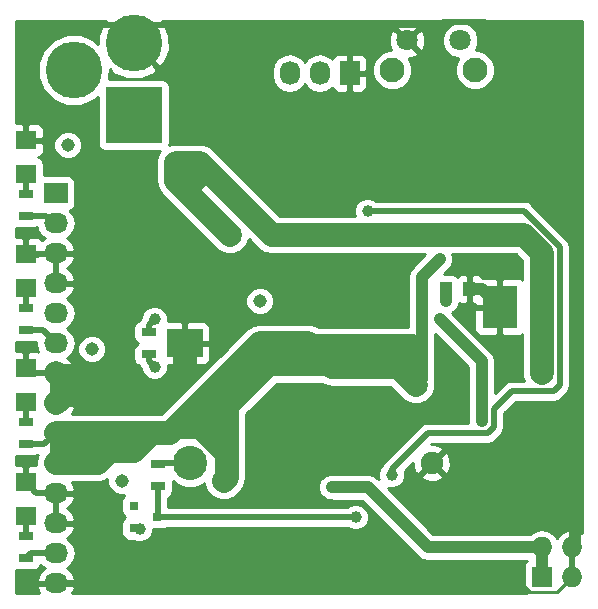
<source format=gbl>
G04 #@! TF.FileFunction,Copper,L2,Bot,Signal*
%FSLAX46Y46*%
G04 Gerber Fmt 4.6, Leading zero omitted, Abs format (unit mm)*
G04 Created by KiCad (PCBNEW 4.0.0-2.201512091501+6195~38~ubuntu14.04.1-stable) date Wed 16 Dec 2015 16:03:56 GMT*
%MOMM*%
G01*
G04 APERTURE LIST*
%ADD10C,0.100000*%
%ADD11R,1.800860X1.597660*%
%ADD12R,0.800100X0.800100*%
%ADD13C,2.900000*%
%ADD14C,1.900000*%
%ADD15C,4.800600*%
%ADD16R,4.800600X4.800600*%
%ADD17R,1.727200X2.032000*%
%ADD18O,1.727200X2.032000*%
%ADD19C,1.800000*%
%ADD20C,2.100000*%
%ADD21R,1.000000X1.250000*%
%ADD22R,1.300000X0.700000*%
%ADD23R,3.100000X2.400000*%
%ADD24C,1.143000*%
%ADD25R,3.000000X3.600000*%
%ADD26R,2.032000X1.727200*%
%ADD27O,2.032000X1.727200*%
%ADD28R,1.727200X1.727200*%
%ADD29O,1.727200X1.727200*%
%ADD30C,1.000000*%
%ADD31C,2.000000*%
%ADD32C,0.508000*%
%ADD33C,0.254000*%
%ADD34C,2.000000*%
%ADD35C,1.016000*%
%ADD36C,0.381000*%
G04 APERTURE END LIST*
D10*
D11*
X101600000Y-113687860D03*
X101600000Y-110848140D03*
X101600000Y-142643860D03*
X101600000Y-139804140D03*
X101600000Y-132991860D03*
X101600000Y-130152140D03*
X101600000Y-123339860D03*
X101600000Y-120500140D03*
D12*
X110759240Y-143698000D03*
X110759240Y-141798000D03*
X112758220Y-142748000D03*
D13*
X115484000Y-138176000D03*
D14*
X135984000Y-138176000D03*
D15*
X110744000Y-102616000D03*
D16*
X110744000Y-108712000D03*
D15*
X105664000Y-104902000D03*
D17*
X129032000Y-105156000D03*
D18*
X126492000Y-105156000D03*
X123952000Y-105156000D03*
D19*
X138394000Y-102382000D03*
X133894000Y-102382000D03*
D20*
X139644000Y-104882000D03*
X132644000Y-104882000D03*
D21*
X137176000Y-123444000D03*
X139176000Y-123444000D03*
D22*
X112776000Y-140142000D03*
X112776000Y-138242000D03*
X112014000Y-127066000D03*
X112014000Y-128966000D03*
D23*
X115062000Y-128016000D03*
D22*
X101600000Y-117282000D03*
X101600000Y-115382000D03*
X101600000Y-136586000D03*
X101600000Y-134686000D03*
X101600000Y-146238000D03*
X101600000Y-144338000D03*
X101600000Y-126934000D03*
X101600000Y-125034000D03*
D24*
X105156000Y-111252000D03*
X121412000Y-124460000D03*
X109728000Y-139700000D03*
X107188000Y-128524000D03*
D25*
X141732000Y-124968000D03*
D26*
X104140000Y-115316000D03*
D27*
X104140000Y-117856000D03*
X104140000Y-120396000D03*
X104140000Y-122936000D03*
X104140000Y-125476000D03*
X104140000Y-128016000D03*
X104140000Y-130556000D03*
X104140000Y-133096000D03*
X104140000Y-135636000D03*
X104140000Y-138176000D03*
X104140000Y-140716000D03*
X104140000Y-143256000D03*
X104140000Y-145796000D03*
X104140000Y-148336000D03*
D28*
X145288000Y-147828000D03*
D29*
X145288000Y-145288000D03*
X147828000Y-147828000D03*
X147828000Y-145288000D03*
D30*
X101600000Y-109220000D03*
X127508000Y-140208000D03*
D31*
X118872000Y-118872000D03*
X114300000Y-112776000D03*
X145288000Y-130556000D03*
X116332000Y-112776000D03*
X145288000Y-128524000D03*
D30*
X112522000Y-125984000D03*
D31*
X118364000Y-139700000D03*
X125476000Y-128016000D03*
X127242000Y-129806000D03*
D30*
X136652000Y-120904000D03*
D31*
X134620000Y-131572000D03*
D30*
X111252000Y-143764000D03*
X132588000Y-139192000D03*
X130556000Y-116840000D03*
X129540000Y-142748000D03*
X112522000Y-130048000D03*
X140208000Y-134620000D03*
X136652000Y-125984000D03*
X137160000Y-124460000D03*
D32*
X112842000Y-138176000D02*
X112776000Y-138242000D01*
X115484000Y-138176000D02*
X112842000Y-138176000D01*
D33*
X147828000Y-147828000D02*
X146558000Y-149098000D01*
X144272000Y-149098000D02*
X143510000Y-148336000D01*
X146558000Y-149098000D02*
X144272000Y-149098000D01*
D32*
X147828000Y-145288000D02*
X147828000Y-147828000D01*
X148336000Y-143256000D02*
X148336000Y-144780000D01*
X148336000Y-144780000D02*
X147828000Y-145288000D01*
D34*
X104140000Y-130556000D02*
X104648000Y-131064000D01*
X104648000Y-131064000D02*
X104648000Y-132588000D01*
X104648000Y-132588000D02*
X104140000Y-133096000D01*
X104140000Y-133096000D02*
X106680000Y-130810000D01*
X106680000Y-130810000D02*
X110490000Y-130810000D01*
X110490000Y-130810000D02*
X111760000Y-132080000D01*
X111760000Y-132080000D02*
X113284000Y-132080000D01*
X113284000Y-132080000D02*
X115062000Y-130302000D01*
X115062000Y-130302000D02*
X115062000Y-128016000D01*
D35*
X140208000Y-123444000D02*
X141732000Y-124968000D01*
X139176000Y-123444000D02*
X140208000Y-123444000D01*
D32*
X148336000Y-101092000D02*
X148336000Y-143256000D01*
X136906000Y-100838000D02*
X140462000Y-100838000D01*
X140462000Y-100838000D02*
X140716000Y-101092000D01*
X140716000Y-101092000D02*
X148336000Y-101092000D01*
X104140000Y-148336000D02*
X143510000Y-148336000D01*
X102511860Y-140716000D02*
X104140000Y-140716000D01*
D34*
X104394000Y-130810000D02*
X106680000Y-130810000D01*
X104140000Y-130556000D02*
X104394000Y-130810000D01*
D32*
X104035860Y-120500140D02*
X104140000Y-120396000D01*
X101600000Y-110848140D02*
X101600000Y-109220000D01*
X136652000Y-101092000D02*
X136906000Y-100838000D01*
X101600000Y-101092000D02*
X101600000Y-110848140D01*
X101600000Y-101092000D02*
X136652000Y-101092000D01*
X101600000Y-120500140D02*
X104035860Y-120500140D01*
X102003860Y-130556000D02*
X101600000Y-130152140D01*
X104140000Y-130556000D02*
X102003860Y-130556000D01*
X101600000Y-139804140D02*
X102511860Y-140716000D01*
D35*
X145288000Y-147828000D02*
X145288000Y-145288000D01*
X127508000Y-140208000D02*
X130556000Y-140208000D01*
X130556000Y-140208000D02*
X135636000Y-145288000D01*
X135636000Y-145288000D02*
X145288000Y-145288000D01*
D34*
X116332000Y-112776000D02*
X115316000Y-112776000D01*
X115824000Y-114300000D02*
X115824000Y-113284000D01*
X115824000Y-113284000D02*
X115316000Y-112776000D01*
X115316000Y-112776000D02*
X114300000Y-112776000D01*
X116332000Y-112776000D02*
X116332000Y-113792000D01*
X116332000Y-113792000D02*
X115824000Y-114300000D01*
X115824000Y-114300000D02*
X114300000Y-114300000D01*
X114300000Y-114300000D02*
X118872000Y-118872000D01*
X114300000Y-112776000D02*
X114300000Y-114300000D01*
X145288000Y-128524000D02*
X145288000Y-130556000D01*
X145288000Y-120396000D02*
X145288000Y-128524000D01*
X122428000Y-118872000D02*
X116332000Y-112776000D01*
X122428000Y-118872000D02*
X137668000Y-118872000D01*
X137668000Y-118872000D02*
X143764000Y-118872000D01*
X143764000Y-118872000D02*
X145288000Y-120396000D01*
D32*
X101600000Y-117282000D02*
X103312000Y-117282000D01*
X103312000Y-117282000D02*
X104140000Y-117856000D01*
X112014000Y-127066000D02*
X112014000Y-126492000D01*
X112014000Y-126492000D02*
X112522000Y-125984000D01*
D34*
X116332000Y-135128000D02*
X118618000Y-137414000D01*
X118364000Y-136144000D02*
X118618000Y-136144000D01*
X118618000Y-136398000D02*
X118364000Y-136144000D01*
X118618000Y-137414000D02*
X118618000Y-136398000D01*
X118618000Y-133350000D02*
X118618000Y-136144000D01*
X118618000Y-136144000D02*
X118618000Y-139446000D01*
X118618000Y-139446000D02*
X118364000Y-139700000D01*
X125476000Y-128016000D02*
X121412000Y-128016000D01*
X121412000Y-128016000D02*
X119622000Y-129806000D01*
X114300000Y-135128000D02*
X116332000Y-135128000D01*
X116332000Y-135128000D02*
X116840000Y-135128000D01*
X116840000Y-135128000D02*
X118618000Y-133350000D01*
X118618000Y-133350000D02*
X122162000Y-129806000D01*
X125730000Y-128270000D02*
X134366000Y-128270000D01*
X134366000Y-131318000D02*
X134620000Y-131572000D01*
X134366000Y-128270000D02*
X134366000Y-131318000D01*
X127496000Y-130060000D02*
X133108000Y-130060000D01*
X133108000Y-130060000D02*
X134620000Y-131572000D01*
X119622000Y-129806000D02*
X122936000Y-129806000D01*
X122936000Y-129806000D02*
X127242000Y-129806000D01*
X119622000Y-129806000D02*
X115570000Y-133858000D01*
X115570000Y-133858000D02*
X114300000Y-135128000D01*
D35*
X135128000Y-122428000D02*
X136652000Y-120904000D01*
X135128000Y-131064000D02*
X135128000Y-122428000D01*
X134620000Y-131572000D02*
X135128000Y-131064000D01*
D32*
X103190000Y-136586000D02*
X104140000Y-135636000D01*
X101600000Y-136586000D02*
X103190000Y-136586000D01*
D34*
X113792000Y-135636000D02*
X114300000Y-135128000D01*
X112268000Y-135636000D02*
X113792000Y-135636000D01*
X104140000Y-135636000D02*
X112268000Y-135636000D01*
X107696000Y-138176000D02*
X108712000Y-137160000D01*
X108712000Y-137160000D02*
X110744000Y-137160000D01*
X110744000Y-137160000D02*
X112268000Y-135636000D01*
X104140000Y-138176000D02*
X107696000Y-138176000D01*
X104648000Y-137668000D02*
X104140000Y-138176000D01*
X104648000Y-136144000D02*
X104648000Y-137668000D01*
X104140000Y-135636000D02*
X104648000Y-136144000D01*
X104648000Y-137668000D02*
X104140000Y-138176000D01*
X104648000Y-137160000D02*
X104648000Y-137668000D01*
X108712000Y-137160000D02*
X104648000Y-137160000D01*
D32*
X111186000Y-143698000D02*
X111252000Y-143764000D01*
X110759240Y-143698000D02*
X111186000Y-143698000D01*
X102042000Y-145796000D02*
X101600000Y-146238000D01*
X104140000Y-145796000D02*
X102042000Y-145796000D01*
X103058000Y-126934000D02*
X104140000Y-128016000D01*
X101600000Y-126934000D02*
X103058000Y-126934000D01*
X132588000Y-138684000D02*
X132588000Y-139192000D01*
X135636000Y-135636000D02*
X132588000Y-138684000D01*
X140716000Y-135636000D02*
X135636000Y-135636000D01*
X141224000Y-135128000D02*
X140716000Y-135636000D01*
X141224000Y-133604000D02*
X141224000Y-135128000D01*
X142748000Y-132080000D02*
X141224000Y-133604000D01*
X146304000Y-132080000D02*
X142748000Y-132080000D01*
X146812000Y-131572000D02*
X146304000Y-132080000D01*
X146812000Y-119888000D02*
X146812000Y-131572000D01*
X143764000Y-116840000D02*
X146812000Y-119888000D01*
X130556000Y-116840000D02*
X143764000Y-116840000D01*
X112776000Y-142730220D02*
X112758220Y-142748000D01*
X112776000Y-140142000D02*
X112776000Y-142730220D01*
X128945000Y-142748000D02*
X129540000Y-142748000D01*
X112758220Y-142748000D02*
X128945000Y-142748000D01*
X112014000Y-128966000D02*
X112014000Y-129540000D01*
X112014000Y-129540000D02*
X112522000Y-130048000D01*
D35*
X140208000Y-129540000D02*
X140208000Y-134620000D01*
X136652000Y-125984000D02*
X140208000Y-129540000D01*
X137176000Y-124444000D02*
X137160000Y-124460000D01*
X137176000Y-124444000D02*
X137176000Y-123444000D01*
D36*
X137414000Y-123460000D02*
X137430000Y-123444000D01*
D32*
X101600000Y-115382000D02*
X101600000Y-113687860D01*
X101600000Y-134686000D02*
X101600000Y-132991860D01*
X101600000Y-144338000D02*
X101600000Y-142643860D01*
X101600000Y-125034000D02*
X101600000Y-123339860D01*
D33*
G36*
X139065000Y-130013446D02*
X139065000Y-134620000D01*
X139072964Y-134660039D01*
X139072888Y-134747000D01*
X135636000Y-134747000D01*
X135295794Y-134814671D01*
X135036569Y-134987880D01*
X135007382Y-135007382D01*
X131959382Y-138055382D01*
X131766671Y-138343794D01*
X131750695Y-138424112D01*
X131626355Y-138548235D01*
X131453197Y-138965244D01*
X131452803Y-139416775D01*
X131503207Y-139538761D01*
X131364223Y-139399777D01*
X130993407Y-139152006D01*
X130556000Y-139065000D01*
X127508000Y-139065000D01*
X127467961Y-139072964D01*
X127283225Y-139072803D01*
X127110984Y-139143972D01*
X127070593Y-139152006D01*
X127036650Y-139174686D01*
X126865914Y-139245233D01*
X126734022Y-139376896D01*
X126699777Y-139399777D01*
X126677095Y-139433723D01*
X126546355Y-139564235D01*
X126474886Y-139736350D01*
X126452006Y-139770593D01*
X126444042Y-139810631D01*
X126373197Y-139981244D01*
X126373034Y-140167609D01*
X126365000Y-140208000D01*
X126372964Y-140248039D01*
X126372803Y-140432775D01*
X126443972Y-140605016D01*
X126452006Y-140645407D01*
X126474686Y-140679350D01*
X126545233Y-140850086D01*
X126676896Y-140981978D01*
X126699777Y-141016223D01*
X126733723Y-141038905D01*
X126864235Y-141169645D01*
X127036350Y-141241114D01*
X127070593Y-141263994D01*
X127110631Y-141271958D01*
X127281244Y-141342803D01*
X127467609Y-141342966D01*
X127508000Y-141351000D01*
X130082554Y-141351000D01*
X134827777Y-146096223D01*
X135198593Y-146343994D01*
X135636000Y-146431000D01*
X144080670Y-146431000D01*
X143972959Y-146500310D01*
X143827969Y-146712510D01*
X143776960Y-146964400D01*
X143776960Y-148691600D01*
X143821238Y-148926917D01*
X143960310Y-149143041D01*
X144007084Y-149175000D01*
X105521097Y-149175000D01*
X105744709Y-148710791D01*
X105747358Y-148695026D01*
X105626217Y-148463000D01*
X104267000Y-148463000D01*
X104267000Y-148483000D01*
X104013000Y-148483000D01*
X104013000Y-148463000D01*
X102653783Y-148463000D01*
X102532642Y-148695026D01*
X102535291Y-148710791D01*
X102758903Y-149175000D01*
X100761000Y-149175000D01*
X100761000Y-147197167D01*
X100950000Y-147235440D01*
X102250000Y-147235440D01*
X102485317Y-147191162D01*
X102701441Y-147052090D01*
X102846431Y-146839890D01*
X102855411Y-146795545D01*
X102895585Y-146855670D01*
X103205069Y-147062461D01*
X102789268Y-147433964D01*
X102535291Y-147961209D01*
X102532642Y-147976974D01*
X102653783Y-148209000D01*
X104013000Y-148209000D01*
X104013000Y-148189000D01*
X104267000Y-148189000D01*
X104267000Y-148209000D01*
X105626217Y-148209000D01*
X105747358Y-147976974D01*
X105744709Y-147961209D01*
X105490732Y-147433964D01*
X105074931Y-147062461D01*
X105384415Y-146855670D01*
X105709271Y-146369489D01*
X105823345Y-145796000D01*
X105709271Y-145222511D01*
X105384415Y-144736330D01*
X105074931Y-144529539D01*
X105490732Y-144158036D01*
X105744709Y-143630791D01*
X105747358Y-143615026D01*
X105626217Y-143383000D01*
X104267000Y-143383000D01*
X104267000Y-143403000D01*
X104013000Y-143403000D01*
X104013000Y-143383000D01*
X103993000Y-143383000D01*
X103993000Y-143129000D01*
X104013000Y-143129000D01*
X104013000Y-140843000D01*
X104267000Y-140843000D01*
X104267000Y-143129000D01*
X105626217Y-143129000D01*
X105747358Y-142896974D01*
X105744709Y-142881209D01*
X105490732Y-142353964D01*
X105078892Y-141986000D01*
X105490732Y-141618036D01*
X105744709Y-141090791D01*
X105747358Y-141075026D01*
X105626217Y-140843000D01*
X104267000Y-140843000D01*
X104013000Y-140843000D01*
X103993000Y-140843000D01*
X103993000Y-140589000D01*
X104013000Y-140589000D01*
X104013000Y-140569000D01*
X104267000Y-140569000D01*
X104267000Y-140589000D01*
X105626217Y-140589000D01*
X105747358Y-140356974D01*
X105744709Y-140341209D01*
X105490732Y-139813964D01*
X105487415Y-139811000D01*
X107695995Y-139811000D01*
X107696000Y-139811001D01*
X108321688Y-139686543D01*
X108521628Y-139552948D01*
X108521291Y-139938935D01*
X108704582Y-140382535D01*
X109043680Y-140722225D01*
X109486959Y-140906290D01*
X109949966Y-140906694D01*
X109907749Y-140933860D01*
X109762759Y-141146060D01*
X109711750Y-141397950D01*
X109711750Y-142198050D01*
X109756028Y-142433367D01*
X109895100Y-142649491D01*
X110040197Y-142748632D01*
X109907749Y-142833860D01*
X109762759Y-143046060D01*
X109711750Y-143297950D01*
X109711750Y-144098050D01*
X109756028Y-144333367D01*
X109895100Y-144549491D01*
X110107300Y-144694481D01*
X110359190Y-144745490D01*
X110656027Y-144745490D01*
X111025244Y-144898803D01*
X111476775Y-144899197D01*
X111894086Y-144726767D01*
X112213645Y-144407765D01*
X112386803Y-143990756D01*
X112386973Y-143795490D01*
X113158270Y-143795490D01*
X113393587Y-143751212D01*
X113571077Y-143637000D01*
X128823717Y-143637000D01*
X128896235Y-143709645D01*
X129313244Y-143882803D01*
X129764775Y-143883197D01*
X130182086Y-143710767D01*
X130501645Y-143391765D01*
X130674803Y-142974756D01*
X130675197Y-142523225D01*
X130502767Y-142105914D01*
X130183765Y-141786355D01*
X129766756Y-141613197D01*
X129315225Y-141612803D01*
X128897914Y-141785233D01*
X128824018Y-141859000D01*
X113665000Y-141859000D01*
X113665000Y-141092792D01*
X113877441Y-140956090D01*
X114022431Y-140743890D01*
X114073440Y-140492000D01*
X114073440Y-139792000D01*
X114055398Y-139696115D01*
X114301400Y-139942547D01*
X115067448Y-140260638D01*
X115896913Y-140261362D01*
X116663515Y-139944608D01*
X116728842Y-139879395D01*
X116728716Y-140023795D01*
X116977106Y-140624943D01*
X117436637Y-141085278D01*
X118037352Y-141334716D01*
X118687795Y-141335284D01*
X119288943Y-141086894D01*
X119749278Y-140627363D01*
X119749563Y-140626676D01*
X119774117Y-140602122D01*
X119774120Y-140602120D01*
X120073781Y-140153645D01*
X120128543Y-140071688D01*
X120253000Y-139446000D01*
X120253000Y-134027240D01*
X122839239Y-131441000D01*
X126676438Y-131441000D01*
X126870313Y-131570543D01*
X127496000Y-131695000D01*
X132430760Y-131695000D01*
X133463443Y-132727683D01*
X133692637Y-132957278D01*
X134293352Y-133206716D01*
X134943795Y-133207284D01*
X135544943Y-132958894D01*
X136005278Y-132499363D01*
X136254716Y-131898648D01*
X136255284Y-131248205D01*
X136241159Y-131214020D01*
X136271000Y-131064000D01*
X136271000Y-127219446D01*
X139065000Y-130013446D01*
X139065000Y-130013446D01*
G37*
X139065000Y-130013446D02*
X139065000Y-134620000D01*
X139072964Y-134660039D01*
X139072888Y-134747000D01*
X135636000Y-134747000D01*
X135295794Y-134814671D01*
X135036569Y-134987880D01*
X135007382Y-135007382D01*
X131959382Y-138055382D01*
X131766671Y-138343794D01*
X131750695Y-138424112D01*
X131626355Y-138548235D01*
X131453197Y-138965244D01*
X131452803Y-139416775D01*
X131503207Y-139538761D01*
X131364223Y-139399777D01*
X130993407Y-139152006D01*
X130556000Y-139065000D01*
X127508000Y-139065000D01*
X127467961Y-139072964D01*
X127283225Y-139072803D01*
X127110984Y-139143972D01*
X127070593Y-139152006D01*
X127036650Y-139174686D01*
X126865914Y-139245233D01*
X126734022Y-139376896D01*
X126699777Y-139399777D01*
X126677095Y-139433723D01*
X126546355Y-139564235D01*
X126474886Y-139736350D01*
X126452006Y-139770593D01*
X126444042Y-139810631D01*
X126373197Y-139981244D01*
X126373034Y-140167609D01*
X126365000Y-140208000D01*
X126372964Y-140248039D01*
X126372803Y-140432775D01*
X126443972Y-140605016D01*
X126452006Y-140645407D01*
X126474686Y-140679350D01*
X126545233Y-140850086D01*
X126676896Y-140981978D01*
X126699777Y-141016223D01*
X126733723Y-141038905D01*
X126864235Y-141169645D01*
X127036350Y-141241114D01*
X127070593Y-141263994D01*
X127110631Y-141271958D01*
X127281244Y-141342803D01*
X127467609Y-141342966D01*
X127508000Y-141351000D01*
X130082554Y-141351000D01*
X134827777Y-146096223D01*
X135198593Y-146343994D01*
X135636000Y-146431000D01*
X144080670Y-146431000D01*
X143972959Y-146500310D01*
X143827969Y-146712510D01*
X143776960Y-146964400D01*
X143776960Y-148691600D01*
X143821238Y-148926917D01*
X143960310Y-149143041D01*
X144007084Y-149175000D01*
X105521097Y-149175000D01*
X105744709Y-148710791D01*
X105747358Y-148695026D01*
X105626217Y-148463000D01*
X104267000Y-148463000D01*
X104267000Y-148483000D01*
X104013000Y-148483000D01*
X104013000Y-148463000D01*
X102653783Y-148463000D01*
X102532642Y-148695026D01*
X102535291Y-148710791D01*
X102758903Y-149175000D01*
X100761000Y-149175000D01*
X100761000Y-147197167D01*
X100950000Y-147235440D01*
X102250000Y-147235440D01*
X102485317Y-147191162D01*
X102701441Y-147052090D01*
X102846431Y-146839890D01*
X102855411Y-146795545D01*
X102895585Y-146855670D01*
X103205069Y-147062461D01*
X102789268Y-147433964D01*
X102535291Y-147961209D01*
X102532642Y-147976974D01*
X102653783Y-148209000D01*
X104013000Y-148209000D01*
X104013000Y-148189000D01*
X104267000Y-148189000D01*
X104267000Y-148209000D01*
X105626217Y-148209000D01*
X105747358Y-147976974D01*
X105744709Y-147961209D01*
X105490732Y-147433964D01*
X105074931Y-147062461D01*
X105384415Y-146855670D01*
X105709271Y-146369489D01*
X105823345Y-145796000D01*
X105709271Y-145222511D01*
X105384415Y-144736330D01*
X105074931Y-144529539D01*
X105490732Y-144158036D01*
X105744709Y-143630791D01*
X105747358Y-143615026D01*
X105626217Y-143383000D01*
X104267000Y-143383000D01*
X104267000Y-143403000D01*
X104013000Y-143403000D01*
X104013000Y-143383000D01*
X103993000Y-143383000D01*
X103993000Y-143129000D01*
X104013000Y-143129000D01*
X104013000Y-140843000D01*
X104267000Y-140843000D01*
X104267000Y-143129000D01*
X105626217Y-143129000D01*
X105747358Y-142896974D01*
X105744709Y-142881209D01*
X105490732Y-142353964D01*
X105078892Y-141986000D01*
X105490732Y-141618036D01*
X105744709Y-141090791D01*
X105747358Y-141075026D01*
X105626217Y-140843000D01*
X104267000Y-140843000D01*
X104013000Y-140843000D01*
X103993000Y-140843000D01*
X103993000Y-140589000D01*
X104013000Y-140589000D01*
X104013000Y-140569000D01*
X104267000Y-140569000D01*
X104267000Y-140589000D01*
X105626217Y-140589000D01*
X105747358Y-140356974D01*
X105744709Y-140341209D01*
X105490732Y-139813964D01*
X105487415Y-139811000D01*
X107695995Y-139811000D01*
X107696000Y-139811001D01*
X108321688Y-139686543D01*
X108521628Y-139552948D01*
X108521291Y-139938935D01*
X108704582Y-140382535D01*
X109043680Y-140722225D01*
X109486959Y-140906290D01*
X109949966Y-140906694D01*
X109907749Y-140933860D01*
X109762759Y-141146060D01*
X109711750Y-141397950D01*
X109711750Y-142198050D01*
X109756028Y-142433367D01*
X109895100Y-142649491D01*
X110040197Y-142748632D01*
X109907749Y-142833860D01*
X109762759Y-143046060D01*
X109711750Y-143297950D01*
X109711750Y-144098050D01*
X109756028Y-144333367D01*
X109895100Y-144549491D01*
X110107300Y-144694481D01*
X110359190Y-144745490D01*
X110656027Y-144745490D01*
X111025244Y-144898803D01*
X111476775Y-144899197D01*
X111894086Y-144726767D01*
X112213645Y-144407765D01*
X112386803Y-143990756D01*
X112386973Y-143795490D01*
X113158270Y-143795490D01*
X113393587Y-143751212D01*
X113571077Y-143637000D01*
X128823717Y-143637000D01*
X128896235Y-143709645D01*
X129313244Y-143882803D01*
X129764775Y-143883197D01*
X130182086Y-143710767D01*
X130501645Y-143391765D01*
X130674803Y-142974756D01*
X130675197Y-142523225D01*
X130502767Y-142105914D01*
X130183765Y-141786355D01*
X129766756Y-141613197D01*
X129315225Y-141612803D01*
X128897914Y-141785233D01*
X128824018Y-141859000D01*
X113665000Y-141859000D01*
X113665000Y-141092792D01*
X113877441Y-140956090D01*
X114022431Y-140743890D01*
X114073440Y-140492000D01*
X114073440Y-139792000D01*
X114055398Y-139696115D01*
X114301400Y-139942547D01*
X115067448Y-140260638D01*
X115896913Y-140261362D01*
X116663515Y-139944608D01*
X116728842Y-139879395D01*
X116728716Y-140023795D01*
X116977106Y-140624943D01*
X117436637Y-141085278D01*
X118037352Y-141334716D01*
X118687795Y-141335284D01*
X119288943Y-141086894D01*
X119749278Y-140627363D01*
X119749563Y-140626676D01*
X119774117Y-140602122D01*
X119774120Y-140602120D01*
X120073781Y-140153645D01*
X120128543Y-140071688D01*
X120253000Y-139446000D01*
X120253000Y-134027240D01*
X122839239Y-131441000D01*
X126676438Y-131441000D01*
X126870313Y-131570543D01*
X127496000Y-131695000D01*
X132430760Y-131695000D01*
X133463443Y-132727683D01*
X133692637Y-132957278D01*
X134293352Y-133206716D01*
X134943795Y-133207284D01*
X135544943Y-132958894D01*
X136005278Y-132499363D01*
X136254716Y-131898648D01*
X136255284Y-131248205D01*
X136241159Y-131214020D01*
X136271000Y-131064000D01*
X136271000Y-127219446D01*
X139065000Y-130013446D01*
G36*
X148717000Y-144081738D02*
X148716490Y-144081179D01*
X148187027Y-143833032D01*
X147955000Y-143953531D01*
X147955000Y-145161000D01*
X147975000Y-145161000D01*
X147975000Y-145415000D01*
X147955000Y-145415000D01*
X147955000Y-147701000D01*
X147975000Y-147701000D01*
X147975000Y-147955000D01*
X147955000Y-147955000D01*
X147955000Y-147975000D01*
X147701000Y-147975000D01*
X147701000Y-147955000D01*
X147681000Y-147955000D01*
X147681000Y-147701000D01*
X147701000Y-147701000D01*
X147701000Y-145415000D01*
X147681000Y-145415000D01*
X147681000Y-145161000D01*
X147701000Y-145161000D01*
X147701000Y-143953531D01*
X147468973Y-143833032D01*
X146939510Y-144081179D01*
X146557992Y-144499161D01*
X146377029Y-144228330D01*
X145890848Y-143903474D01*
X145317359Y-143789400D01*
X145258641Y-143789400D01*
X144685152Y-143903474D01*
X144323683Y-144145000D01*
X136109446Y-144145000D01*
X132241546Y-140277100D01*
X132361244Y-140326803D01*
X132812775Y-140327197D01*
X133230086Y-140154767D01*
X133549645Y-139835765D01*
X133722803Y-139418756D01*
X133722913Y-139292350D01*
X135047255Y-139292350D01*
X135139792Y-139554019D01*
X135731398Y-139772188D01*
X136361461Y-139747352D01*
X136828208Y-139554019D01*
X136920745Y-139292350D01*
X135984000Y-138355605D01*
X135047255Y-139292350D01*
X133722913Y-139292350D01*
X133723197Y-138967225D01*
X133676069Y-138853167D01*
X134396080Y-138133156D01*
X134412648Y-138553461D01*
X134605981Y-139020208D01*
X134867650Y-139112745D01*
X135804395Y-138176000D01*
X136163605Y-138176000D01*
X137100350Y-139112745D01*
X137362019Y-139020208D01*
X137580188Y-138428602D01*
X137555352Y-137798539D01*
X137362019Y-137331792D01*
X137100350Y-137239255D01*
X136163605Y-138176000D01*
X135804395Y-138176000D01*
X135790253Y-138161858D01*
X135969858Y-137982253D01*
X135984000Y-137996395D01*
X136920745Y-137059650D01*
X136828208Y-136797981D01*
X136236602Y-136579812D01*
X135937639Y-136591597D01*
X136004236Y-136525000D01*
X140716000Y-136525000D01*
X141056206Y-136457329D01*
X141344618Y-136264618D01*
X141852618Y-135756618D01*
X142045329Y-135468206D01*
X142113000Y-135128000D01*
X142113000Y-133972236D01*
X143116236Y-132969000D01*
X146304000Y-132969000D01*
X146644206Y-132901329D01*
X146932618Y-132708618D01*
X147440618Y-132200618D01*
X147633329Y-131912206D01*
X147701000Y-131572000D01*
X147701000Y-119888000D01*
X147633329Y-119547794D01*
X147440618Y-119259382D01*
X144392618Y-116211382D01*
X144345053Y-116179600D01*
X144104206Y-116018671D01*
X143764000Y-115951000D01*
X131272283Y-115951000D01*
X131199765Y-115878355D01*
X130782756Y-115705197D01*
X130331225Y-115704803D01*
X129913914Y-115877233D01*
X129594355Y-116196235D01*
X129421197Y-116613244D01*
X129420803Y-117064775D01*
X129491965Y-117237000D01*
X123105239Y-117237000D01*
X117488557Y-111620317D01*
X117259363Y-111390722D01*
X116658648Y-111141284D01*
X116008205Y-111140716D01*
X116007518Y-111141000D01*
X115316005Y-111141000D01*
X115316000Y-111140999D01*
X115315995Y-111141000D01*
X114301426Y-111141000D01*
X113976205Y-111140716D01*
X113768616Y-111226490D01*
X113791740Y-111112300D01*
X113791740Y-106311700D01*
X113747462Y-106076383D01*
X113608390Y-105860259D01*
X113396190Y-105715269D01*
X113144300Y-105664260D01*
X108634056Y-105664260D01*
X108698772Y-105508407D01*
X108699355Y-104840253D01*
X108759671Y-104779937D01*
X109029221Y-105192257D01*
X110145642Y-105652369D01*
X111353157Y-105650221D01*
X112458779Y-105192257D01*
X112603256Y-104971255D01*
X122453400Y-104971255D01*
X122453400Y-105340745D01*
X122567474Y-105914234D01*
X122892330Y-106400415D01*
X123378511Y-106725271D01*
X123952000Y-106839345D01*
X124525489Y-106725271D01*
X125011670Y-106400415D01*
X125222000Y-106085634D01*
X125432330Y-106400415D01*
X125918511Y-106725271D01*
X126492000Y-106839345D01*
X127065489Y-106725271D01*
X127551670Y-106400415D01*
X127566500Y-106378220D01*
X127630073Y-106531698D01*
X127808701Y-106710327D01*
X128042090Y-106807000D01*
X128746250Y-106807000D01*
X128905000Y-106648250D01*
X128905000Y-105283000D01*
X129159000Y-105283000D01*
X129159000Y-106648250D01*
X129317750Y-106807000D01*
X130021910Y-106807000D01*
X130255299Y-106710327D01*
X130433927Y-106531698D01*
X130530600Y-106298309D01*
X130530600Y-105441750D01*
X130371850Y-105283000D01*
X129159000Y-105283000D01*
X128905000Y-105283000D01*
X128885000Y-105283000D01*
X128885000Y-105215697D01*
X130958708Y-105215697D01*
X131214694Y-105835229D01*
X131688278Y-106309640D01*
X132307362Y-106566707D01*
X132977697Y-106567292D01*
X133597229Y-106311306D01*
X134071640Y-105837722D01*
X134328707Y-105218638D01*
X134329292Y-104548303D01*
X134073306Y-103928771D01*
X134056111Y-103911546D01*
X134263460Y-103902839D01*
X134708148Y-103718643D01*
X134794554Y-103462159D01*
X133894000Y-102561605D01*
X133879858Y-102575748D01*
X133700253Y-102396143D01*
X133714395Y-102382000D01*
X134073605Y-102382000D01*
X134974159Y-103282554D01*
X135230643Y-103196148D01*
X135417289Y-102685991D01*
X136858735Y-102685991D01*
X137091932Y-103250371D01*
X137523357Y-103682551D01*
X138087330Y-103916733D01*
X138225801Y-103916854D01*
X138216360Y-103926278D01*
X137959293Y-104545362D01*
X137958708Y-105215697D01*
X138214694Y-105835229D01*
X138688278Y-106309640D01*
X139307362Y-106566707D01*
X139977697Y-106567292D01*
X140597229Y-106311306D01*
X141071640Y-105837722D01*
X141328707Y-105218638D01*
X141329292Y-104548303D01*
X141073306Y-103928771D01*
X140599722Y-103454360D01*
X139980638Y-103197293D01*
X139717630Y-103197063D01*
X139928733Y-102688670D01*
X139929265Y-102078009D01*
X139696068Y-101513629D01*
X139264643Y-101081449D01*
X138700670Y-100847267D01*
X138090009Y-100846735D01*
X137525629Y-101079932D01*
X137093449Y-101511357D01*
X136859267Y-102075330D01*
X136858735Y-102685991D01*
X135417289Y-102685991D01*
X135440458Y-102622664D01*
X135414839Y-102012540D01*
X135230643Y-101567852D01*
X134974159Y-101481446D01*
X134073605Y-102382000D01*
X133714395Y-102382000D01*
X132813841Y-101481446D01*
X132557357Y-101567852D01*
X132347542Y-102141336D01*
X132373161Y-102751460D01*
X132557357Y-103196148D01*
X132559665Y-103196926D01*
X132310303Y-103196708D01*
X131690771Y-103452694D01*
X131216360Y-103926278D01*
X130959293Y-104545362D01*
X130958708Y-105215697D01*
X128885000Y-105215697D01*
X128885000Y-105029000D01*
X128905000Y-105029000D01*
X128905000Y-103663750D01*
X129159000Y-103663750D01*
X129159000Y-105029000D01*
X130371850Y-105029000D01*
X130530600Y-104870250D01*
X130530600Y-104013691D01*
X130433927Y-103780302D01*
X130255299Y-103601673D01*
X130021910Y-103505000D01*
X129317750Y-103505000D01*
X129159000Y-103663750D01*
X128905000Y-103663750D01*
X128746250Y-103505000D01*
X128042090Y-103505000D01*
X127808701Y-103601673D01*
X127630073Y-103780302D01*
X127566500Y-103933780D01*
X127551670Y-103911585D01*
X127065489Y-103586729D01*
X126492000Y-103472655D01*
X125918511Y-103586729D01*
X125432330Y-103911585D01*
X125222000Y-104226366D01*
X125011670Y-103911585D01*
X124525489Y-103586729D01*
X123952000Y-103472655D01*
X123378511Y-103586729D01*
X122892330Y-103911585D01*
X122567474Y-104397766D01*
X122453400Y-104971255D01*
X112603256Y-104971255D01*
X112728330Y-104779936D01*
X110744000Y-102795605D01*
X110729858Y-102809748D01*
X110550252Y-102630142D01*
X110564395Y-102616000D01*
X110550252Y-102601858D01*
X110729858Y-102422252D01*
X110744000Y-102436395D01*
X110758142Y-102422252D01*
X110937748Y-102601858D01*
X110923605Y-102616000D01*
X112907936Y-104600330D01*
X113320257Y-104330779D01*
X113780369Y-103214358D01*
X113778221Y-102006843D01*
X113486200Y-101301841D01*
X132993446Y-101301841D01*
X133894000Y-102202395D01*
X134794554Y-101301841D01*
X134708148Y-101045357D01*
X134134664Y-100835542D01*
X133524540Y-100861161D01*
X133079852Y-101045357D01*
X132993446Y-101301841D01*
X113486200Y-101301841D01*
X113320257Y-100901221D01*
X113105767Y-100761000D01*
X148717000Y-100761000D01*
X148717000Y-144081738D01*
X148717000Y-144081738D01*
G37*
X148717000Y-144081738D02*
X148716490Y-144081179D01*
X148187027Y-143833032D01*
X147955000Y-143953531D01*
X147955000Y-145161000D01*
X147975000Y-145161000D01*
X147975000Y-145415000D01*
X147955000Y-145415000D01*
X147955000Y-147701000D01*
X147975000Y-147701000D01*
X147975000Y-147955000D01*
X147955000Y-147955000D01*
X147955000Y-147975000D01*
X147701000Y-147975000D01*
X147701000Y-147955000D01*
X147681000Y-147955000D01*
X147681000Y-147701000D01*
X147701000Y-147701000D01*
X147701000Y-145415000D01*
X147681000Y-145415000D01*
X147681000Y-145161000D01*
X147701000Y-145161000D01*
X147701000Y-143953531D01*
X147468973Y-143833032D01*
X146939510Y-144081179D01*
X146557992Y-144499161D01*
X146377029Y-144228330D01*
X145890848Y-143903474D01*
X145317359Y-143789400D01*
X145258641Y-143789400D01*
X144685152Y-143903474D01*
X144323683Y-144145000D01*
X136109446Y-144145000D01*
X132241546Y-140277100D01*
X132361244Y-140326803D01*
X132812775Y-140327197D01*
X133230086Y-140154767D01*
X133549645Y-139835765D01*
X133722803Y-139418756D01*
X133722913Y-139292350D01*
X135047255Y-139292350D01*
X135139792Y-139554019D01*
X135731398Y-139772188D01*
X136361461Y-139747352D01*
X136828208Y-139554019D01*
X136920745Y-139292350D01*
X135984000Y-138355605D01*
X135047255Y-139292350D01*
X133722913Y-139292350D01*
X133723197Y-138967225D01*
X133676069Y-138853167D01*
X134396080Y-138133156D01*
X134412648Y-138553461D01*
X134605981Y-139020208D01*
X134867650Y-139112745D01*
X135804395Y-138176000D01*
X136163605Y-138176000D01*
X137100350Y-139112745D01*
X137362019Y-139020208D01*
X137580188Y-138428602D01*
X137555352Y-137798539D01*
X137362019Y-137331792D01*
X137100350Y-137239255D01*
X136163605Y-138176000D01*
X135804395Y-138176000D01*
X135790253Y-138161858D01*
X135969858Y-137982253D01*
X135984000Y-137996395D01*
X136920745Y-137059650D01*
X136828208Y-136797981D01*
X136236602Y-136579812D01*
X135937639Y-136591597D01*
X136004236Y-136525000D01*
X140716000Y-136525000D01*
X141056206Y-136457329D01*
X141344618Y-136264618D01*
X141852618Y-135756618D01*
X142045329Y-135468206D01*
X142113000Y-135128000D01*
X142113000Y-133972236D01*
X143116236Y-132969000D01*
X146304000Y-132969000D01*
X146644206Y-132901329D01*
X146932618Y-132708618D01*
X147440618Y-132200618D01*
X147633329Y-131912206D01*
X147701000Y-131572000D01*
X147701000Y-119888000D01*
X147633329Y-119547794D01*
X147440618Y-119259382D01*
X144392618Y-116211382D01*
X144345053Y-116179600D01*
X144104206Y-116018671D01*
X143764000Y-115951000D01*
X131272283Y-115951000D01*
X131199765Y-115878355D01*
X130782756Y-115705197D01*
X130331225Y-115704803D01*
X129913914Y-115877233D01*
X129594355Y-116196235D01*
X129421197Y-116613244D01*
X129420803Y-117064775D01*
X129491965Y-117237000D01*
X123105239Y-117237000D01*
X117488557Y-111620317D01*
X117259363Y-111390722D01*
X116658648Y-111141284D01*
X116008205Y-111140716D01*
X116007518Y-111141000D01*
X115316005Y-111141000D01*
X115316000Y-111140999D01*
X115315995Y-111141000D01*
X114301426Y-111141000D01*
X113976205Y-111140716D01*
X113768616Y-111226490D01*
X113791740Y-111112300D01*
X113791740Y-106311700D01*
X113747462Y-106076383D01*
X113608390Y-105860259D01*
X113396190Y-105715269D01*
X113144300Y-105664260D01*
X108634056Y-105664260D01*
X108698772Y-105508407D01*
X108699355Y-104840253D01*
X108759671Y-104779937D01*
X109029221Y-105192257D01*
X110145642Y-105652369D01*
X111353157Y-105650221D01*
X112458779Y-105192257D01*
X112603256Y-104971255D01*
X122453400Y-104971255D01*
X122453400Y-105340745D01*
X122567474Y-105914234D01*
X122892330Y-106400415D01*
X123378511Y-106725271D01*
X123952000Y-106839345D01*
X124525489Y-106725271D01*
X125011670Y-106400415D01*
X125222000Y-106085634D01*
X125432330Y-106400415D01*
X125918511Y-106725271D01*
X126492000Y-106839345D01*
X127065489Y-106725271D01*
X127551670Y-106400415D01*
X127566500Y-106378220D01*
X127630073Y-106531698D01*
X127808701Y-106710327D01*
X128042090Y-106807000D01*
X128746250Y-106807000D01*
X128905000Y-106648250D01*
X128905000Y-105283000D01*
X129159000Y-105283000D01*
X129159000Y-106648250D01*
X129317750Y-106807000D01*
X130021910Y-106807000D01*
X130255299Y-106710327D01*
X130433927Y-106531698D01*
X130530600Y-106298309D01*
X130530600Y-105441750D01*
X130371850Y-105283000D01*
X129159000Y-105283000D01*
X128905000Y-105283000D01*
X128885000Y-105283000D01*
X128885000Y-105215697D01*
X130958708Y-105215697D01*
X131214694Y-105835229D01*
X131688278Y-106309640D01*
X132307362Y-106566707D01*
X132977697Y-106567292D01*
X133597229Y-106311306D01*
X134071640Y-105837722D01*
X134328707Y-105218638D01*
X134329292Y-104548303D01*
X134073306Y-103928771D01*
X134056111Y-103911546D01*
X134263460Y-103902839D01*
X134708148Y-103718643D01*
X134794554Y-103462159D01*
X133894000Y-102561605D01*
X133879858Y-102575748D01*
X133700253Y-102396143D01*
X133714395Y-102382000D01*
X134073605Y-102382000D01*
X134974159Y-103282554D01*
X135230643Y-103196148D01*
X135417289Y-102685991D01*
X136858735Y-102685991D01*
X137091932Y-103250371D01*
X137523357Y-103682551D01*
X138087330Y-103916733D01*
X138225801Y-103916854D01*
X138216360Y-103926278D01*
X137959293Y-104545362D01*
X137958708Y-105215697D01*
X138214694Y-105835229D01*
X138688278Y-106309640D01*
X139307362Y-106566707D01*
X139977697Y-106567292D01*
X140597229Y-106311306D01*
X141071640Y-105837722D01*
X141328707Y-105218638D01*
X141329292Y-104548303D01*
X141073306Y-103928771D01*
X140599722Y-103454360D01*
X139980638Y-103197293D01*
X139717630Y-103197063D01*
X139928733Y-102688670D01*
X139929265Y-102078009D01*
X139696068Y-101513629D01*
X139264643Y-101081449D01*
X138700670Y-100847267D01*
X138090009Y-100846735D01*
X137525629Y-101079932D01*
X137093449Y-101511357D01*
X136859267Y-102075330D01*
X136858735Y-102685991D01*
X135417289Y-102685991D01*
X135440458Y-102622664D01*
X135414839Y-102012540D01*
X135230643Y-101567852D01*
X134974159Y-101481446D01*
X134073605Y-102382000D01*
X133714395Y-102382000D01*
X132813841Y-101481446D01*
X132557357Y-101567852D01*
X132347542Y-102141336D01*
X132373161Y-102751460D01*
X132557357Y-103196148D01*
X132559665Y-103196926D01*
X132310303Y-103196708D01*
X131690771Y-103452694D01*
X131216360Y-103926278D01*
X130959293Y-104545362D01*
X130958708Y-105215697D01*
X128885000Y-105215697D01*
X128885000Y-105029000D01*
X128905000Y-105029000D01*
X128905000Y-103663750D01*
X129159000Y-103663750D01*
X129159000Y-105029000D01*
X130371850Y-105029000D01*
X130530600Y-104870250D01*
X130530600Y-104013691D01*
X130433927Y-103780302D01*
X130255299Y-103601673D01*
X130021910Y-103505000D01*
X129317750Y-103505000D01*
X129159000Y-103663750D01*
X128905000Y-103663750D01*
X128746250Y-103505000D01*
X128042090Y-103505000D01*
X127808701Y-103601673D01*
X127630073Y-103780302D01*
X127566500Y-103933780D01*
X127551670Y-103911585D01*
X127065489Y-103586729D01*
X126492000Y-103472655D01*
X125918511Y-103586729D01*
X125432330Y-103911585D01*
X125222000Y-104226366D01*
X125011670Y-103911585D01*
X124525489Y-103586729D01*
X123952000Y-103472655D01*
X123378511Y-103586729D01*
X122892330Y-103911585D01*
X122567474Y-104397766D01*
X122453400Y-104971255D01*
X112603256Y-104971255D01*
X112728330Y-104779936D01*
X110744000Y-102795605D01*
X110729858Y-102809748D01*
X110550252Y-102630142D01*
X110564395Y-102616000D01*
X110550252Y-102601858D01*
X110729858Y-102422252D01*
X110744000Y-102436395D01*
X110758142Y-102422252D01*
X110937748Y-102601858D01*
X110923605Y-102616000D01*
X112907936Y-104600330D01*
X113320257Y-104330779D01*
X113780369Y-103214358D01*
X113778221Y-102006843D01*
X113486200Y-101301841D01*
X132993446Y-101301841D01*
X133894000Y-102202395D01*
X134794554Y-101301841D01*
X134708148Y-101045357D01*
X134134664Y-100835542D01*
X133524540Y-100861161D01*
X133079852Y-101045357D01*
X132993446Y-101301841D01*
X113486200Y-101301841D01*
X113320257Y-100901221D01*
X113105767Y-100761000D01*
X148717000Y-100761000D01*
X148717000Y-144081738D01*
G36*
X102570729Y-137602511D02*
X102456655Y-138176000D01*
X102495306Y-138370310D01*
X101885750Y-138370310D01*
X101727000Y-138529060D01*
X101727000Y-139677140D01*
X101747000Y-139677140D01*
X101747000Y-139931140D01*
X101727000Y-139931140D01*
X101727000Y-139951140D01*
X101473000Y-139951140D01*
X101473000Y-139931140D01*
X101453000Y-139931140D01*
X101453000Y-139677140D01*
X101473000Y-139677140D01*
X101473000Y-138529060D01*
X101314250Y-138370310D01*
X100761000Y-138370310D01*
X100761000Y-137545167D01*
X100950000Y-137583440D01*
X102250000Y-137583440D01*
X102485317Y-137539162D01*
X102585028Y-137475000D01*
X102655929Y-137475000D01*
X102570729Y-137602511D01*
X102570729Y-137602511D01*
G37*
X102570729Y-137602511D02*
X102456655Y-138176000D01*
X102495306Y-138370310D01*
X101885750Y-138370310D01*
X101727000Y-138529060D01*
X101727000Y-139677140D01*
X101747000Y-139677140D01*
X101747000Y-139931140D01*
X101727000Y-139931140D01*
X101727000Y-139951140D01*
X101473000Y-139951140D01*
X101473000Y-139931140D01*
X101453000Y-139931140D01*
X101453000Y-139677140D01*
X101473000Y-139677140D01*
X101473000Y-138529060D01*
X101314250Y-138370310D01*
X100761000Y-138370310D01*
X100761000Y-137545167D01*
X100950000Y-137583440D01*
X102250000Y-137583440D01*
X102485317Y-137539162D01*
X102585028Y-137475000D01*
X102655929Y-137475000D01*
X102570729Y-137602511D01*
G36*
X108167743Y-100901221D02*
X107707631Y-102017642D01*
X107708763Y-102654022D01*
X107385604Y-102330298D01*
X106270407Y-101867228D01*
X105062890Y-101866174D01*
X103946887Y-102327298D01*
X103092298Y-103180396D01*
X102629228Y-104295593D01*
X102628174Y-105503110D01*
X103089298Y-106619113D01*
X103942396Y-107473702D01*
X105057593Y-107936772D01*
X106265110Y-107937826D01*
X107381113Y-107476702D01*
X107696260Y-107162105D01*
X107696260Y-111112300D01*
X107740538Y-111347617D01*
X107879610Y-111563741D01*
X108091810Y-111708731D01*
X108343700Y-111759740D01*
X113003775Y-111759740D01*
X112914722Y-111848637D01*
X112665284Y-112449352D01*
X112664716Y-113099795D01*
X112665000Y-113100482D01*
X112665000Y-114299995D01*
X112664999Y-114300000D01*
X112789457Y-114925688D01*
X113143880Y-115456120D01*
X117714872Y-120027111D01*
X117944637Y-120257278D01*
X118545352Y-120506716D01*
X119195795Y-120507284D01*
X119796943Y-120258894D01*
X120257278Y-119799363D01*
X120487848Y-119244087D01*
X121271878Y-120028117D01*
X121271880Y-120028120D01*
X121537097Y-120205332D01*
X121802312Y-120382543D01*
X122428000Y-120507001D01*
X122428005Y-120507000D01*
X135432554Y-120507000D01*
X134319777Y-121619777D01*
X134072006Y-121990593D01*
X133985000Y-122428000D01*
X133985000Y-126635000D01*
X126407634Y-126635000D01*
X126403363Y-126630722D01*
X125802648Y-126381284D01*
X125152205Y-126380716D01*
X125151518Y-126381000D01*
X121412000Y-126381000D01*
X120786312Y-126505457D01*
X120601259Y-126629106D01*
X120255880Y-126859880D01*
X120255878Y-126859883D01*
X118465880Y-128649880D01*
X118465878Y-128649883D01*
X114413880Y-132701880D01*
X114413878Y-132701883D01*
X113143880Y-133971880D01*
X113143878Y-133971883D01*
X113114761Y-134001000D01*
X105487415Y-134001000D01*
X105490732Y-133998036D01*
X105744709Y-133470791D01*
X105747358Y-133455026D01*
X105626217Y-133223000D01*
X104267000Y-133223000D01*
X104267000Y-133243000D01*
X104013000Y-133243000D01*
X104013000Y-133223000D01*
X103993000Y-133223000D01*
X103993000Y-132969000D01*
X104013000Y-132969000D01*
X104013000Y-130683000D01*
X104267000Y-130683000D01*
X104267000Y-132969000D01*
X105626217Y-132969000D01*
X105747358Y-132736974D01*
X105744709Y-132721209D01*
X105490732Y-132193964D01*
X105078892Y-131826000D01*
X105490732Y-131458036D01*
X105744709Y-130930791D01*
X105747358Y-130915026D01*
X105626217Y-130683000D01*
X104267000Y-130683000D01*
X104013000Y-130683000D01*
X103993000Y-130683000D01*
X103993000Y-130429000D01*
X104013000Y-130429000D01*
X104013000Y-130409000D01*
X104267000Y-130409000D01*
X104267000Y-130429000D01*
X105626217Y-130429000D01*
X105747358Y-130196974D01*
X105744709Y-130181209D01*
X105490732Y-129653964D01*
X105074931Y-129282461D01*
X105384415Y-129075670D01*
X105593378Y-128762935D01*
X105981291Y-128762935D01*
X106164582Y-129206535D01*
X106503680Y-129546225D01*
X106946959Y-129730290D01*
X107426935Y-129730709D01*
X107870535Y-129547418D01*
X108210225Y-129208320D01*
X108394290Y-128765041D01*
X108394709Y-128285065D01*
X108211418Y-127841465D01*
X107872320Y-127501775D01*
X107429041Y-127317710D01*
X106949065Y-127317291D01*
X106505465Y-127500582D01*
X106165775Y-127839680D01*
X105981710Y-128282959D01*
X105981291Y-128762935D01*
X105593378Y-128762935D01*
X105709271Y-128589489D01*
X105823345Y-128016000D01*
X105709271Y-127442511D01*
X105384415Y-126956330D01*
X105069634Y-126746000D01*
X105114532Y-126716000D01*
X110716560Y-126716000D01*
X110716560Y-127416000D01*
X110760838Y-127651317D01*
X110899910Y-127867441D01*
X111112110Y-128012431D01*
X111125197Y-128015081D01*
X110912559Y-128151910D01*
X110767569Y-128364110D01*
X110716560Y-128616000D01*
X110716560Y-129316000D01*
X110760838Y-129551317D01*
X110899910Y-129767441D01*
X111112110Y-129912431D01*
X111230179Y-129936341D01*
X111289513Y-130025140D01*
X111385382Y-130168618D01*
X111386893Y-130170129D01*
X111386803Y-130272775D01*
X111559233Y-130690086D01*
X111878235Y-131009645D01*
X112295244Y-131182803D01*
X112746775Y-131183197D01*
X113164086Y-131010767D01*
X113483645Y-130691765D01*
X113656803Y-130274756D01*
X113657173Y-129851000D01*
X114776250Y-129851000D01*
X114935000Y-129692250D01*
X114935000Y-128143000D01*
X115189000Y-128143000D01*
X115189000Y-129692250D01*
X115347750Y-129851000D01*
X116738309Y-129851000D01*
X116971698Y-129754327D01*
X117150327Y-129575699D01*
X117247000Y-129342310D01*
X117247000Y-128301750D01*
X117088250Y-128143000D01*
X115189000Y-128143000D01*
X114935000Y-128143000D01*
X114915000Y-128143000D01*
X114915000Y-127889000D01*
X114935000Y-127889000D01*
X114935000Y-126339750D01*
X115189000Y-126339750D01*
X115189000Y-127889000D01*
X117088250Y-127889000D01*
X117247000Y-127730250D01*
X117247000Y-126689690D01*
X117150327Y-126456301D01*
X116971698Y-126277673D01*
X116738309Y-126181000D01*
X115347750Y-126181000D01*
X115189000Y-126339750D01*
X114935000Y-126339750D01*
X114776250Y-126181000D01*
X113656829Y-126181000D01*
X113657197Y-125759225D01*
X113484767Y-125341914D01*
X113165765Y-125022355D01*
X112748756Y-124849197D01*
X112297225Y-124848803D01*
X111879914Y-125021233D01*
X111560355Y-125340235D01*
X111387197Y-125757244D01*
X111387106Y-125861658D01*
X111385382Y-125863382D01*
X111231646Y-126093464D01*
X111128683Y-126112838D01*
X110912559Y-126251910D01*
X110767569Y-126464110D01*
X110716560Y-126716000D01*
X105114532Y-126716000D01*
X105384415Y-126535670D01*
X105709271Y-126049489D01*
X105823345Y-125476000D01*
X105709271Y-124902511D01*
X105573246Y-124698935D01*
X120205291Y-124698935D01*
X120388582Y-125142535D01*
X120727680Y-125482225D01*
X121170959Y-125666290D01*
X121650935Y-125666709D01*
X122094535Y-125483418D01*
X122434225Y-125144320D01*
X122618290Y-124701041D01*
X122618709Y-124221065D01*
X122435418Y-123777465D01*
X122096320Y-123437775D01*
X121653041Y-123253710D01*
X121173065Y-123253291D01*
X120729465Y-123436582D01*
X120389775Y-123775680D01*
X120205710Y-124218959D01*
X120205291Y-124698935D01*
X105573246Y-124698935D01*
X105384415Y-124416330D01*
X105074931Y-124209539D01*
X105490732Y-123838036D01*
X105744709Y-123310791D01*
X105747358Y-123295026D01*
X105626217Y-123063000D01*
X104267000Y-123063000D01*
X104267000Y-123083000D01*
X104013000Y-123083000D01*
X104013000Y-123063000D01*
X103993000Y-123063000D01*
X103993000Y-122809000D01*
X104013000Y-122809000D01*
X104013000Y-120523000D01*
X104267000Y-120523000D01*
X104267000Y-122809000D01*
X105626217Y-122809000D01*
X105747358Y-122576974D01*
X105744709Y-122561209D01*
X105490732Y-122033964D01*
X105078892Y-121666000D01*
X105490732Y-121298036D01*
X105744709Y-120770791D01*
X105747358Y-120755026D01*
X105626217Y-120523000D01*
X104267000Y-120523000D01*
X104013000Y-120523000D01*
X102653783Y-120523000D01*
X102599411Y-120627140D01*
X101727000Y-120627140D01*
X101727000Y-120647140D01*
X101473000Y-120647140D01*
X101473000Y-120627140D01*
X101453000Y-120627140D01*
X101453000Y-120373140D01*
X101473000Y-120373140D01*
X101473000Y-119225060D01*
X101314250Y-119066310D01*
X100761000Y-119066310D01*
X100761000Y-118241167D01*
X100950000Y-118279440D01*
X102250000Y-118279440D01*
X102485317Y-118235162D01*
X102526769Y-118208488D01*
X102570729Y-118429489D01*
X102895585Y-118915670D01*
X103205069Y-119122461D01*
X103001494Y-119304348D01*
X102860129Y-119162983D01*
X102626740Y-119066310D01*
X101885750Y-119066310D01*
X101727000Y-119225060D01*
X101727000Y-120373140D01*
X102976680Y-120373140D01*
X103080820Y-120269000D01*
X104013000Y-120269000D01*
X104013000Y-120249000D01*
X104267000Y-120249000D01*
X104267000Y-120269000D01*
X105626217Y-120269000D01*
X105747358Y-120036974D01*
X105744709Y-120021209D01*
X105490732Y-119493964D01*
X105074931Y-119122461D01*
X105384415Y-118915670D01*
X105709271Y-118429489D01*
X105823345Y-117856000D01*
X105709271Y-117282511D01*
X105384415Y-116796330D01*
X105370087Y-116786757D01*
X105391317Y-116782762D01*
X105607441Y-116643690D01*
X105752431Y-116431490D01*
X105803440Y-116179600D01*
X105803440Y-114452400D01*
X105759162Y-114217083D01*
X105620090Y-114000959D01*
X105407890Y-113855969D01*
X105156000Y-113804960D01*
X103147870Y-113804960D01*
X103147870Y-112889030D01*
X103103592Y-112653713D01*
X102964520Y-112437589D01*
X102752320Y-112292599D01*
X102650741Y-112272029D01*
X102860129Y-112185297D01*
X103038757Y-112006668D01*
X103135430Y-111773279D01*
X103135430Y-111490935D01*
X103949291Y-111490935D01*
X104132582Y-111934535D01*
X104471680Y-112274225D01*
X104914959Y-112458290D01*
X105394935Y-112458709D01*
X105838535Y-112275418D01*
X106178225Y-111936320D01*
X106362290Y-111493041D01*
X106362709Y-111013065D01*
X106179418Y-110569465D01*
X105840320Y-110229775D01*
X105397041Y-110045710D01*
X104917065Y-110045291D01*
X104473465Y-110228582D01*
X104133775Y-110567680D01*
X103949710Y-111010959D01*
X103949291Y-111490935D01*
X103135430Y-111490935D01*
X103135430Y-111133890D01*
X102976680Y-110975140D01*
X101727000Y-110975140D01*
X101727000Y-110995140D01*
X101473000Y-110995140D01*
X101473000Y-110975140D01*
X101453000Y-110975140D01*
X101453000Y-110721140D01*
X101473000Y-110721140D01*
X101473000Y-109573060D01*
X101727000Y-109573060D01*
X101727000Y-110721140D01*
X102976680Y-110721140D01*
X103135430Y-110562390D01*
X103135430Y-109923001D01*
X103038757Y-109689612D01*
X102860129Y-109510983D01*
X102626740Y-109414310D01*
X101885750Y-109414310D01*
X101727000Y-109573060D01*
X101473000Y-109573060D01*
X101314250Y-109414310D01*
X100761000Y-109414310D01*
X100761000Y-100761000D01*
X108382233Y-100761000D01*
X108167743Y-100901221D01*
X108167743Y-100901221D01*
G37*
X108167743Y-100901221D02*
X107707631Y-102017642D01*
X107708763Y-102654022D01*
X107385604Y-102330298D01*
X106270407Y-101867228D01*
X105062890Y-101866174D01*
X103946887Y-102327298D01*
X103092298Y-103180396D01*
X102629228Y-104295593D01*
X102628174Y-105503110D01*
X103089298Y-106619113D01*
X103942396Y-107473702D01*
X105057593Y-107936772D01*
X106265110Y-107937826D01*
X107381113Y-107476702D01*
X107696260Y-107162105D01*
X107696260Y-111112300D01*
X107740538Y-111347617D01*
X107879610Y-111563741D01*
X108091810Y-111708731D01*
X108343700Y-111759740D01*
X113003775Y-111759740D01*
X112914722Y-111848637D01*
X112665284Y-112449352D01*
X112664716Y-113099795D01*
X112665000Y-113100482D01*
X112665000Y-114299995D01*
X112664999Y-114300000D01*
X112789457Y-114925688D01*
X113143880Y-115456120D01*
X117714872Y-120027111D01*
X117944637Y-120257278D01*
X118545352Y-120506716D01*
X119195795Y-120507284D01*
X119796943Y-120258894D01*
X120257278Y-119799363D01*
X120487848Y-119244087D01*
X121271878Y-120028117D01*
X121271880Y-120028120D01*
X121537097Y-120205332D01*
X121802312Y-120382543D01*
X122428000Y-120507001D01*
X122428005Y-120507000D01*
X135432554Y-120507000D01*
X134319777Y-121619777D01*
X134072006Y-121990593D01*
X133985000Y-122428000D01*
X133985000Y-126635000D01*
X126407634Y-126635000D01*
X126403363Y-126630722D01*
X125802648Y-126381284D01*
X125152205Y-126380716D01*
X125151518Y-126381000D01*
X121412000Y-126381000D01*
X120786312Y-126505457D01*
X120601259Y-126629106D01*
X120255880Y-126859880D01*
X120255878Y-126859883D01*
X118465880Y-128649880D01*
X118465878Y-128649883D01*
X114413880Y-132701880D01*
X114413878Y-132701883D01*
X113143880Y-133971880D01*
X113143878Y-133971883D01*
X113114761Y-134001000D01*
X105487415Y-134001000D01*
X105490732Y-133998036D01*
X105744709Y-133470791D01*
X105747358Y-133455026D01*
X105626217Y-133223000D01*
X104267000Y-133223000D01*
X104267000Y-133243000D01*
X104013000Y-133243000D01*
X104013000Y-133223000D01*
X103993000Y-133223000D01*
X103993000Y-132969000D01*
X104013000Y-132969000D01*
X104013000Y-130683000D01*
X104267000Y-130683000D01*
X104267000Y-132969000D01*
X105626217Y-132969000D01*
X105747358Y-132736974D01*
X105744709Y-132721209D01*
X105490732Y-132193964D01*
X105078892Y-131826000D01*
X105490732Y-131458036D01*
X105744709Y-130930791D01*
X105747358Y-130915026D01*
X105626217Y-130683000D01*
X104267000Y-130683000D01*
X104013000Y-130683000D01*
X103993000Y-130683000D01*
X103993000Y-130429000D01*
X104013000Y-130429000D01*
X104013000Y-130409000D01*
X104267000Y-130409000D01*
X104267000Y-130429000D01*
X105626217Y-130429000D01*
X105747358Y-130196974D01*
X105744709Y-130181209D01*
X105490732Y-129653964D01*
X105074931Y-129282461D01*
X105384415Y-129075670D01*
X105593378Y-128762935D01*
X105981291Y-128762935D01*
X106164582Y-129206535D01*
X106503680Y-129546225D01*
X106946959Y-129730290D01*
X107426935Y-129730709D01*
X107870535Y-129547418D01*
X108210225Y-129208320D01*
X108394290Y-128765041D01*
X108394709Y-128285065D01*
X108211418Y-127841465D01*
X107872320Y-127501775D01*
X107429041Y-127317710D01*
X106949065Y-127317291D01*
X106505465Y-127500582D01*
X106165775Y-127839680D01*
X105981710Y-128282959D01*
X105981291Y-128762935D01*
X105593378Y-128762935D01*
X105709271Y-128589489D01*
X105823345Y-128016000D01*
X105709271Y-127442511D01*
X105384415Y-126956330D01*
X105069634Y-126746000D01*
X105114532Y-126716000D01*
X110716560Y-126716000D01*
X110716560Y-127416000D01*
X110760838Y-127651317D01*
X110899910Y-127867441D01*
X111112110Y-128012431D01*
X111125197Y-128015081D01*
X110912559Y-128151910D01*
X110767569Y-128364110D01*
X110716560Y-128616000D01*
X110716560Y-129316000D01*
X110760838Y-129551317D01*
X110899910Y-129767441D01*
X111112110Y-129912431D01*
X111230179Y-129936341D01*
X111289513Y-130025140D01*
X111385382Y-130168618D01*
X111386893Y-130170129D01*
X111386803Y-130272775D01*
X111559233Y-130690086D01*
X111878235Y-131009645D01*
X112295244Y-131182803D01*
X112746775Y-131183197D01*
X113164086Y-131010767D01*
X113483645Y-130691765D01*
X113656803Y-130274756D01*
X113657173Y-129851000D01*
X114776250Y-129851000D01*
X114935000Y-129692250D01*
X114935000Y-128143000D01*
X115189000Y-128143000D01*
X115189000Y-129692250D01*
X115347750Y-129851000D01*
X116738309Y-129851000D01*
X116971698Y-129754327D01*
X117150327Y-129575699D01*
X117247000Y-129342310D01*
X117247000Y-128301750D01*
X117088250Y-128143000D01*
X115189000Y-128143000D01*
X114935000Y-128143000D01*
X114915000Y-128143000D01*
X114915000Y-127889000D01*
X114935000Y-127889000D01*
X114935000Y-126339750D01*
X115189000Y-126339750D01*
X115189000Y-127889000D01*
X117088250Y-127889000D01*
X117247000Y-127730250D01*
X117247000Y-126689690D01*
X117150327Y-126456301D01*
X116971698Y-126277673D01*
X116738309Y-126181000D01*
X115347750Y-126181000D01*
X115189000Y-126339750D01*
X114935000Y-126339750D01*
X114776250Y-126181000D01*
X113656829Y-126181000D01*
X113657197Y-125759225D01*
X113484767Y-125341914D01*
X113165765Y-125022355D01*
X112748756Y-124849197D01*
X112297225Y-124848803D01*
X111879914Y-125021233D01*
X111560355Y-125340235D01*
X111387197Y-125757244D01*
X111387106Y-125861658D01*
X111385382Y-125863382D01*
X111231646Y-126093464D01*
X111128683Y-126112838D01*
X110912559Y-126251910D01*
X110767569Y-126464110D01*
X110716560Y-126716000D01*
X105114532Y-126716000D01*
X105384415Y-126535670D01*
X105709271Y-126049489D01*
X105823345Y-125476000D01*
X105709271Y-124902511D01*
X105573246Y-124698935D01*
X120205291Y-124698935D01*
X120388582Y-125142535D01*
X120727680Y-125482225D01*
X121170959Y-125666290D01*
X121650935Y-125666709D01*
X122094535Y-125483418D01*
X122434225Y-125144320D01*
X122618290Y-124701041D01*
X122618709Y-124221065D01*
X122435418Y-123777465D01*
X122096320Y-123437775D01*
X121653041Y-123253710D01*
X121173065Y-123253291D01*
X120729465Y-123436582D01*
X120389775Y-123775680D01*
X120205710Y-124218959D01*
X120205291Y-124698935D01*
X105573246Y-124698935D01*
X105384415Y-124416330D01*
X105074931Y-124209539D01*
X105490732Y-123838036D01*
X105744709Y-123310791D01*
X105747358Y-123295026D01*
X105626217Y-123063000D01*
X104267000Y-123063000D01*
X104267000Y-123083000D01*
X104013000Y-123083000D01*
X104013000Y-123063000D01*
X103993000Y-123063000D01*
X103993000Y-122809000D01*
X104013000Y-122809000D01*
X104013000Y-120523000D01*
X104267000Y-120523000D01*
X104267000Y-122809000D01*
X105626217Y-122809000D01*
X105747358Y-122576974D01*
X105744709Y-122561209D01*
X105490732Y-122033964D01*
X105078892Y-121666000D01*
X105490732Y-121298036D01*
X105744709Y-120770791D01*
X105747358Y-120755026D01*
X105626217Y-120523000D01*
X104267000Y-120523000D01*
X104013000Y-120523000D01*
X102653783Y-120523000D01*
X102599411Y-120627140D01*
X101727000Y-120627140D01*
X101727000Y-120647140D01*
X101473000Y-120647140D01*
X101473000Y-120627140D01*
X101453000Y-120627140D01*
X101453000Y-120373140D01*
X101473000Y-120373140D01*
X101473000Y-119225060D01*
X101314250Y-119066310D01*
X100761000Y-119066310D01*
X100761000Y-118241167D01*
X100950000Y-118279440D01*
X102250000Y-118279440D01*
X102485317Y-118235162D01*
X102526769Y-118208488D01*
X102570729Y-118429489D01*
X102895585Y-118915670D01*
X103205069Y-119122461D01*
X103001494Y-119304348D01*
X102860129Y-119162983D01*
X102626740Y-119066310D01*
X101885750Y-119066310D01*
X101727000Y-119225060D01*
X101727000Y-120373140D01*
X102976680Y-120373140D01*
X103080820Y-120269000D01*
X104013000Y-120269000D01*
X104013000Y-120249000D01*
X104267000Y-120249000D01*
X104267000Y-120269000D01*
X105626217Y-120269000D01*
X105747358Y-120036974D01*
X105744709Y-120021209D01*
X105490732Y-119493964D01*
X105074931Y-119122461D01*
X105384415Y-118915670D01*
X105709271Y-118429489D01*
X105823345Y-117856000D01*
X105709271Y-117282511D01*
X105384415Y-116796330D01*
X105370087Y-116786757D01*
X105391317Y-116782762D01*
X105607441Y-116643690D01*
X105752431Y-116431490D01*
X105803440Y-116179600D01*
X105803440Y-114452400D01*
X105759162Y-114217083D01*
X105620090Y-114000959D01*
X105407890Y-113855969D01*
X105156000Y-113804960D01*
X103147870Y-113804960D01*
X103147870Y-112889030D01*
X103103592Y-112653713D01*
X102964520Y-112437589D01*
X102752320Y-112292599D01*
X102650741Y-112272029D01*
X102860129Y-112185297D01*
X103038757Y-112006668D01*
X103135430Y-111773279D01*
X103135430Y-111490935D01*
X103949291Y-111490935D01*
X104132582Y-111934535D01*
X104471680Y-112274225D01*
X104914959Y-112458290D01*
X105394935Y-112458709D01*
X105838535Y-112275418D01*
X106178225Y-111936320D01*
X106362290Y-111493041D01*
X106362709Y-111013065D01*
X106179418Y-110569465D01*
X105840320Y-110229775D01*
X105397041Y-110045710D01*
X104917065Y-110045291D01*
X104473465Y-110228582D01*
X104133775Y-110567680D01*
X103949710Y-111010959D01*
X103949291Y-111490935D01*
X103135430Y-111490935D01*
X103135430Y-111133890D01*
X102976680Y-110975140D01*
X101727000Y-110975140D01*
X101727000Y-110995140D01*
X101473000Y-110995140D01*
X101473000Y-110975140D01*
X101453000Y-110975140D01*
X101453000Y-110721140D01*
X101473000Y-110721140D01*
X101473000Y-109573060D01*
X101727000Y-109573060D01*
X101727000Y-110721140D01*
X102976680Y-110721140D01*
X103135430Y-110562390D01*
X103135430Y-109923001D01*
X103038757Y-109689612D01*
X102860129Y-109510983D01*
X102626740Y-109414310D01*
X101885750Y-109414310D01*
X101727000Y-109573060D01*
X101473000Y-109573060D01*
X101314250Y-109414310D01*
X100761000Y-109414310D01*
X100761000Y-100761000D01*
X108382233Y-100761000D01*
X108167743Y-100901221D01*
G36*
X143653000Y-121073239D02*
X143653000Y-122690974D01*
X143591699Y-122629673D01*
X143358310Y-122533000D01*
X142017750Y-122533000D01*
X141859000Y-122691750D01*
X141859000Y-124841000D01*
X141879000Y-124841000D01*
X141879000Y-125095000D01*
X141859000Y-125095000D01*
X141859000Y-127244250D01*
X142017750Y-127403000D01*
X143358310Y-127403000D01*
X143591699Y-127306327D01*
X143653000Y-127245026D01*
X143653000Y-128522574D01*
X143652716Y-128847795D01*
X143653000Y-128848482D01*
X143653000Y-130554574D01*
X143652716Y-130879795D01*
X143781304Y-131191000D01*
X142748000Y-131191000D01*
X142407794Y-131258671D01*
X142119382Y-131451382D01*
X141351000Y-132219764D01*
X141351000Y-129540000D01*
X141263994Y-129102593D01*
X141016223Y-128731777D01*
X137734952Y-125450506D01*
X137802086Y-125422767D01*
X137933978Y-125291104D01*
X137968223Y-125268223D01*
X137982696Y-125253750D01*
X139597000Y-125253750D01*
X139597000Y-126894309D01*
X139693673Y-127127698D01*
X139872301Y-127306327D01*
X140105690Y-127403000D01*
X141446250Y-127403000D01*
X141605000Y-127244250D01*
X141605000Y-125095000D01*
X139755750Y-125095000D01*
X139597000Y-125253750D01*
X137982696Y-125253750D01*
X137984223Y-125252223D01*
X138006849Y-125218361D01*
X138121645Y-125103765D01*
X138184398Y-124952639D01*
X138231994Y-124881407D01*
X138248561Y-124798118D01*
X138294803Y-124686756D01*
X138294891Y-124585916D01*
X138316302Y-124607327D01*
X138549691Y-124704000D01*
X138890250Y-124704000D01*
X139049000Y-124545250D01*
X139049000Y-123571000D01*
X139029000Y-123571000D01*
X139029000Y-123317000D01*
X139049000Y-123317000D01*
X139049000Y-122342750D01*
X139303000Y-122342750D01*
X139303000Y-123317000D01*
X139323000Y-123317000D01*
X139323000Y-123571000D01*
X139303000Y-123571000D01*
X139303000Y-124545250D01*
X139461750Y-124704000D01*
X139618750Y-124704000D01*
X139755750Y-124841000D01*
X141605000Y-124841000D01*
X141605000Y-122691750D01*
X141446250Y-122533000D01*
X140244854Y-122533000D01*
X140214327Y-122459301D01*
X140035698Y-122280673D01*
X139802309Y-122184000D01*
X139461750Y-122184000D01*
X139303000Y-122342750D01*
X139049000Y-122342750D01*
X138890250Y-122184000D01*
X138549691Y-122184000D01*
X138316302Y-122280673D01*
X138175064Y-122421910D01*
X138140090Y-122367559D01*
X137927890Y-122222569D01*
X137676000Y-122171560D01*
X137000886Y-122171560D01*
X137460223Y-121712223D01*
X137482905Y-121678277D01*
X137613645Y-121547765D01*
X137685114Y-121375650D01*
X137707994Y-121341407D01*
X137715958Y-121301369D01*
X137786803Y-121130756D01*
X137786966Y-120944391D01*
X137795000Y-120904000D01*
X137787036Y-120863961D01*
X137787197Y-120679225D01*
X137716035Y-120507000D01*
X143086760Y-120507000D01*
X143653000Y-121073239D01*
X143653000Y-121073239D01*
G37*
X143653000Y-121073239D02*
X143653000Y-122690974D01*
X143591699Y-122629673D01*
X143358310Y-122533000D01*
X142017750Y-122533000D01*
X141859000Y-122691750D01*
X141859000Y-124841000D01*
X141879000Y-124841000D01*
X141879000Y-125095000D01*
X141859000Y-125095000D01*
X141859000Y-127244250D01*
X142017750Y-127403000D01*
X143358310Y-127403000D01*
X143591699Y-127306327D01*
X143653000Y-127245026D01*
X143653000Y-128522574D01*
X143652716Y-128847795D01*
X143653000Y-128848482D01*
X143653000Y-130554574D01*
X143652716Y-130879795D01*
X143781304Y-131191000D01*
X142748000Y-131191000D01*
X142407794Y-131258671D01*
X142119382Y-131451382D01*
X141351000Y-132219764D01*
X141351000Y-129540000D01*
X141263994Y-129102593D01*
X141016223Y-128731777D01*
X137734952Y-125450506D01*
X137802086Y-125422767D01*
X137933978Y-125291104D01*
X137968223Y-125268223D01*
X137982696Y-125253750D01*
X139597000Y-125253750D01*
X139597000Y-126894309D01*
X139693673Y-127127698D01*
X139872301Y-127306327D01*
X140105690Y-127403000D01*
X141446250Y-127403000D01*
X141605000Y-127244250D01*
X141605000Y-125095000D01*
X139755750Y-125095000D01*
X139597000Y-125253750D01*
X137982696Y-125253750D01*
X137984223Y-125252223D01*
X138006849Y-125218361D01*
X138121645Y-125103765D01*
X138184398Y-124952639D01*
X138231994Y-124881407D01*
X138248561Y-124798118D01*
X138294803Y-124686756D01*
X138294891Y-124585916D01*
X138316302Y-124607327D01*
X138549691Y-124704000D01*
X138890250Y-124704000D01*
X139049000Y-124545250D01*
X139049000Y-123571000D01*
X139029000Y-123571000D01*
X139029000Y-123317000D01*
X139049000Y-123317000D01*
X139049000Y-122342750D01*
X139303000Y-122342750D01*
X139303000Y-123317000D01*
X139323000Y-123317000D01*
X139323000Y-123571000D01*
X139303000Y-123571000D01*
X139303000Y-124545250D01*
X139461750Y-124704000D01*
X139618750Y-124704000D01*
X139755750Y-124841000D01*
X141605000Y-124841000D01*
X141605000Y-122691750D01*
X141446250Y-122533000D01*
X140244854Y-122533000D01*
X140214327Y-122459301D01*
X140035698Y-122280673D01*
X139802309Y-122184000D01*
X139461750Y-122184000D01*
X139303000Y-122342750D01*
X139049000Y-122342750D01*
X138890250Y-122184000D01*
X138549691Y-122184000D01*
X138316302Y-122280673D01*
X138175064Y-122421910D01*
X138140090Y-122367559D01*
X137927890Y-122222569D01*
X137676000Y-122171560D01*
X137000886Y-122171560D01*
X137460223Y-121712223D01*
X137482905Y-121678277D01*
X137613645Y-121547765D01*
X137685114Y-121375650D01*
X137707994Y-121341407D01*
X137715958Y-121301369D01*
X137786803Y-121130756D01*
X137786966Y-120944391D01*
X137795000Y-120904000D01*
X137787036Y-120863961D01*
X137787197Y-120679225D01*
X137716035Y-120507000D01*
X143086760Y-120507000D01*
X143653000Y-121073239D01*
G36*
X102456655Y-128016000D02*
X102570729Y-128589489D01*
X102668310Y-128735529D01*
X102626740Y-128718310D01*
X101885750Y-128718310D01*
X101727000Y-128877060D01*
X101727000Y-130025140D01*
X101747000Y-130025140D01*
X101747000Y-130279140D01*
X101727000Y-130279140D01*
X101727000Y-130299140D01*
X101473000Y-130299140D01*
X101473000Y-130279140D01*
X101453000Y-130279140D01*
X101453000Y-130025140D01*
X101473000Y-130025140D01*
X101473000Y-128877060D01*
X101314250Y-128718310D01*
X100761000Y-128718310D01*
X100761000Y-127893167D01*
X100950000Y-127931440D01*
X102250000Y-127931440D01*
X102482164Y-127887755D01*
X102456655Y-128016000D01*
X102456655Y-128016000D01*
G37*
X102456655Y-128016000D02*
X102570729Y-128589489D01*
X102668310Y-128735529D01*
X102626740Y-128718310D01*
X101885750Y-128718310D01*
X101727000Y-128877060D01*
X101727000Y-130025140D01*
X101747000Y-130025140D01*
X101747000Y-130279140D01*
X101727000Y-130279140D01*
X101727000Y-130299140D01*
X101473000Y-130299140D01*
X101473000Y-130279140D01*
X101453000Y-130279140D01*
X101453000Y-130025140D01*
X101473000Y-130025140D01*
X101473000Y-128877060D01*
X101314250Y-128718310D01*
X100761000Y-128718310D01*
X100761000Y-127893167D01*
X100950000Y-127931440D01*
X102250000Y-127931440D01*
X102482164Y-127887755D01*
X102456655Y-128016000D01*
M02*

</source>
